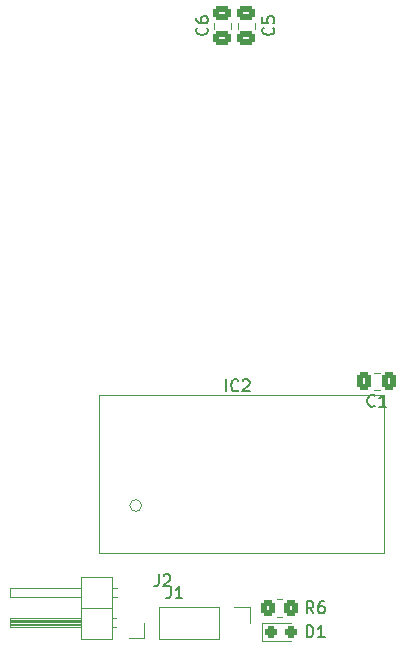
<source format=gto>
G04 #@! TF.GenerationSoftware,KiCad,Pcbnew,6.0.10*
G04 #@! TF.CreationDate,2023-06-20T13:49:35-05:00*
G04 #@! TF.ProjectId,sensor_sigfox_2,73656e73-6f72-45f7-9369-67666f785f32,rev?*
G04 #@! TF.SameCoordinates,Original*
G04 #@! TF.FileFunction,Legend,Top*
G04 #@! TF.FilePolarity,Positive*
%FSLAX46Y46*%
G04 Gerber Fmt 4.6, Leading zero omitted, Abs format (unit mm)*
G04 Created by KiCad (PCBNEW 6.0.10) date 2023-06-20 13:49:35*
%MOMM*%
%LPD*%
G01*
G04 APERTURE LIST*
G04 Aperture macros list*
%AMRoundRect*
0 Rectangle with rounded corners*
0 $1 Rounding radius*
0 $2 $3 $4 $5 $6 $7 $8 $9 X,Y pos of 4 corners*
0 Add a 4 corners polygon primitive as box body*
4,1,4,$2,$3,$4,$5,$6,$7,$8,$9,$2,$3,0*
0 Add four circle primitives for the rounded corners*
1,1,$1+$1,$2,$3*
1,1,$1+$1,$4,$5*
1,1,$1+$1,$6,$7*
1,1,$1+$1,$8,$9*
0 Add four rect primitives between the rounded corners*
20,1,$1+$1,$2,$3,$4,$5,0*
20,1,$1+$1,$4,$5,$6,$7,0*
20,1,$1+$1,$6,$7,$8,$9,0*
20,1,$1+$1,$8,$9,$2,$3,0*%
G04 Aperture macros list end*
%ADD10C,0.150000*%
%ADD11C,0.120000*%
%ADD12R,1.700000X1.700000*%
%ADD13O,1.700000X1.700000*%
%ADD14RoundRect,0.250000X0.475000X-0.337500X0.475000X0.337500X-0.475000X0.337500X-0.475000X-0.337500X0*%
%ADD15R,1.050000X1.250000*%
%ADD16R,1.250000X1.050000*%
%ADD17R,12.800000X2.880000*%
%ADD18RoundRect,0.250000X0.337500X0.475000X-0.337500X0.475000X-0.337500X-0.475000X0.337500X-0.475000X0*%
%ADD19RoundRect,0.237500X-0.287500X-0.237500X0.287500X-0.237500X0.287500X0.237500X-0.287500X0.237500X0*%
%ADD20RoundRect,0.250000X-0.350000X-0.450000X0.350000X-0.450000X0.350000X0.450000X-0.350000X0.450000X0*%
G04 APERTURE END LIST*
D10*
X121332666Y-86574380D02*
X121332666Y-87288666D01*
X121285047Y-87431523D01*
X121189809Y-87526761D01*
X121046952Y-87574380D01*
X120951714Y-87574380D01*
X122332666Y-87574380D02*
X121761238Y-87574380D01*
X122046952Y-87574380D02*
X122046952Y-86574380D01*
X121951714Y-86717238D01*
X121856476Y-86812476D01*
X121761238Y-86860095D01*
X120316666Y-85558380D02*
X120316666Y-86272666D01*
X120269047Y-86415523D01*
X120173809Y-86510761D01*
X120030952Y-86558380D01*
X119935714Y-86558380D01*
X120745238Y-85653619D02*
X120792857Y-85606000D01*
X120888095Y-85558380D01*
X121126190Y-85558380D01*
X121221428Y-85606000D01*
X121269047Y-85653619D01*
X121316666Y-85748857D01*
X121316666Y-85844095D01*
X121269047Y-85986952D01*
X120697619Y-86558380D01*
X121316666Y-86558380D01*
X124407142Y-39261166D02*
X124454761Y-39308785D01*
X124502380Y-39451642D01*
X124502380Y-39546880D01*
X124454761Y-39689738D01*
X124359523Y-39784976D01*
X124264285Y-39832595D01*
X124073809Y-39880214D01*
X123930952Y-39880214D01*
X123740476Y-39832595D01*
X123645238Y-39784976D01*
X123550000Y-39689738D01*
X123502380Y-39546880D01*
X123502380Y-39451642D01*
X123550000Y-39308785D01*
X123597619Y-39261166D01*
X123502380Y-38404023D02*
X123502380Y-38594500D01*
X123550000Y-38689738D01*
X123597619Y-38737357D01*
X123740476Y-38832595D01*
X123930952Y-38880214D01*
X124311904Y-38880214D01*
X124407142Y-38832595D01*
X124454761Y-38784976D01*
X124502380Y-38689738D01*
X124502380Y-38499261D01*
X124454761Y-38404023D01*
X124407142Y-38356404D01*
X124311904Y-38308785D01*
X124073809Y-38308785D01*
X123978571Y-38356404D01*
X123930952Y-38404023D01*
X123883333Y-38499261D01*
X123883333Y-38689738D01*
X123930952Y-38784976D01*
X123978571Y-38832595D01*
X124073809Y-38880214D01*
X130024142Y-39261166D02*
X130071761Y-39308785D01*
X130119380Y-39451642D01*
X130119380Y-39546880D01*
X130071761Y-39689738D01*
X129976523Y-39784976D01*
X129881285Y-39832595D01*
X129690809Y-39880214D01*
X129547952Y-39880214D01*
X129357476Y-39832595D01*
X129262238Y-39784976D01*
X129167000Y-39689738D01*
X129119380Y-39546880D01*
X129119380Y-39451642D01*
X129167000Y-39308785D01*
X129214619Y-39261166D01*
X129119380Y-38356404D02*
X129119380Y-38832595D01*
X129595571Y-38880214D01*
X129547952Y-38832595D01*
X129500333Y-38737357D01*
X129500333Y-38499261D01*
X129547952Y-38404023D01*
X129595571Y-38356404D01*
X129690809Y-38308785D01*
X129928904Y-38308785D01*
X130024142Y-38356404D01*
X130071761Y-38404023D01*
X130119380Y-38499261D01*
X130119380Y-38737357D01*
X130071761Y-38832595D01*
X130024142Y-38880214D01*
X126023809Y-70048380D02*
X126023809Y-69048380D01*
X127071428Y-69953142D02*
X127023809Y-70000761D01*
X126880952Y-70048380D01*
X126785714Y-70048380D01*
X126642857Y-70000761D01*
X126547619Y-69905523D01*
X126500000Y-69810285D01*
X126452380Y-69619809D01*
X126452380Y-69476952D01*
X126500000Y-69286476D01*
X126547619Y-69191238D01*
X126642857Y-69096000D01*
X126785714Y-69048380D01*
X126880952Y-69048380D01*
X127023809Y-69096000D01*
X127071428Y-69143619D01*
X127452380Y-69143619D02*
X127500000Y-69096000D01*
X127595238Y-69048380D01*
X127833333Y-69048380D01*
X127928571Y-69096000D01*
X127976190Y-69143619D01*
X128023809Y-69238857D01*
X128023809Y-69334095D01*
X127976190Y-69476952D01*
X127404761Y-70048380D01*
X128023809Y-70048380D01*
X138622833Y-71252142D02*
X138575214Y-71299761D01*
X138432357Y-71347380D01*
X138337119Y-71347380D01*
X138194261Y-71299761D01*
X138099023Y-71204523D01*
X138051404Y-71109285D01*
X138003785Y-70918809D01*
X138003785Y-70775952D01*
X138051404Y-70585476D01*
X138099023Y-70490238D01*
X138194261Y-70395000D01*
X138337119Y-70347380D01*
X138432357Y-70347380D01*
X138575214Y-70395000D01*
X138622833Y-70442619D01*
X139575214Y-71347380D02*
X139003785Y-71347380D01*
X139289500Y-71347380D02*
X139289500Y-70347380D01*
X139194261Y-70490238D01*
X139099023Y-70585476D01*
X139003785Y-70633095D01*
X132865904Y-90876380D02*
X132865904Y-89876380D01*
X133104000Y-89876380D01*
X133246857Y-89924000D01*
X133342095Y-90019238D01*
X133389714Y-90114476D01*
X133437333Y-90304952D01*
X133437333Y-90447809D01*
X133389714Y-90638285D01*
X133342095Y-90733523D01*
X133246857Y-90828761D01*
X133104000Y-90876380D01*
X132865904Y-90876380D01*
X134389714Y-90876380D02*
X133818285Y-90876380D01*
X134104000Y-90876380D02*
X134104000Y-89876380D01*
X134008761Y-90019238D01*
X133913523Y-90114476D01*
X133818285Y-90162095D01*
X133437333Y-88844380D02*
X133104000Y-88368190D01*
X132865904Y-88844380D02*
X132865904Y-87844380D01*
X133246857Y-87844380D01*
X133342095Y-87892000D01*
X133389714Y-87939619D01*
X133437333Y-88034857D01*
X133437333Y-88177714D01*
X133389714Y-88272952D01*
X133342095Y-88320571D01*
X133246857Y-88368190D01*
X132865904Y-88368190D01*
X134294476Y-87844380D02*
X134104000Y-87844380D01*
X134008761Y-87892000D01*
X133961142Y-87939619D01*
X133865904Y-88082476D01*
X133818285Y-88272952D01*
X133818285Y-88653904D01*
X133865904Y-88749142D01*
X133913523Y-88796761D01*
X134008761Y-88844380D01*
X134199238Y-88844380D01*
X134294476Y-88796761D01*
X134342095Y-88749142D01*
X134389714Y-88653904D01*
X134389714Y-88415809D01*
X134342095Y-88320571D01*
X134294476Y-88272952D01*
X134199238Y-88225333D01*
X134008761Y-88225333D01*
X133913523Y-88272952D01*
X133865904Y-88320571D01*
X133818285Y-88415809D01*
D11*
X120336000Y-88332000D02*
X120336000Y-90992000D01*
X125476000Y-88332000D02*
X120336000Y-88332000D01*
X128076000Y-88332000D02*
X128076000Y-89662000D01*
X126746000Y-88332000D02*
X128076000Y-88332000D01*
X125476000Y-90992000D02*
X120336000Y-90992000D01*
X125476000Y-88332000D02*
X125476000Y-90992000D01*
X116416000Y-90992000D02*
X116416000Y-85792000D01*
X113756000Y-85792000D02*
X113756000Y-90992000D01*
X107756000Y-87502000D02*
X107756000Y-86742000D01*
X119126000Y-90932000D02*
X117856000Y-90932000D01*
X116746000Y-89282000D02*
X116416000Y-89282000D01*
X116813071Y-87502000D02*
X116416000Y-87502000D01*
X107756000Y-89282000D02*
X113756000Y-89282000D01*
X113756000Y-89862000D02*
X107756000Y-89862000D01*
X113756000Y-89742000D02*
X107756000Y-89742000D01*
X113756000Y-87502000D02*
X107756000Y-87502000D01*
X113756000Y-89502000D02*
X107756000Y-89502000D01*
X107756000Y-86742000D02*
X113756000Y-86742000D01*
X113756000Y-89982000D02*
X107756000Y-89982000D01*
X113756000Y-90992000D02*
X116416000Y-90992000D01*
X107756000Y-90042000D02*
X107756000Y-89282000D01*
X113756000Y-89622000D02*
X107756000Y-89622000D01*
X116746000Y-90042000D02*
X116416000Y-90042000D01*
X119126000Y-89662000D02*
X119126000Y-90932000D01*
X116416000Y-88392000D02*
X113756000Y-88392000D01*
X113756000Y-89382000D02*
X107756000Y-89382000D01*
X116416000Y-85792000D02*
X113756000Y-85792000D01*
X116813071Y-86742000D02*
X116416000Y-86742000D01*
X113756000Y-90042000D02*
X107756000Y-90042000D01*
X126465000Y-39355752D02*
X126465000Y-38833248D01*
X124995000Y-39355752D02*
X124995000Y-38833248D01*
X127027000Y-39355752D02*
X127027000Y-38833248D01*
X128497000Y-39355752D02*
X128497000Y-38833248D01*
X139374000Y-83718000D02*
X115244000Y-83718000D01*
X115244000Y-83718000D02*
X115244000Y-70383000D01*
X139374000Y-70383000D02*
X139374000Y-83718000D01*
X115244000Y-70383000D02*
X139374000Y-70383000D01*
X118884000Y-79718000D02*
G75*
G03*
X118884000Y-79718000I-500000J0D01*
G01*
X139050752Y-69950000D02*
X138528248Y-69950000D01*
X139050752Y-68480000D02*
X138528248Y-68480000D01*
X129037000Y-89689000D02*
X129037000Y-91159000D01*
X129037000Y-91159000D02*
X131497000Y-91159000D01*
X131497000Y-89689000D02*
X129037000Y-89689000D01*
X130344936Y-89127000D02*
X130799064Y-89127000D01*
X130344936Y-87657000D02*
X130799064Y-87657000D01*
%LPC*%
D12*
X126746000Y-89662000D03*
D13*
X124206000Y-89662000D03*
X121666000Y-89662000D03*
D12*
X117856000Y-89662000D03*
D13*
X117856000Y-87122000D03*
D14*
X125730000Y-40132000D03*
X125730000Y-38057000D03*
X127762000Y-40132000D03*
X127762000Y-38057000D03*
D15*
X119844000Y-82804000D03*
X121644000Y-82804000D03*
X123444000Y-82804000D03*
X125244000Y-82804000D03*
X127044000Y-82804000D03*
X128844000Y-82804000D03*
X130644000Y-82804000D03*
X132444000Y-82804000D03*
X134244000Y-82804000D03*
X136044000Y-82804000D03*
D16*
X138590000Y-81448000D03*
X138590000Y-79648000D03*
X138590000Y-77848000D03*
X138590000Y-76048000D03*
X138590000Y-74248000D03*
X138590000Y-72448000D03*
D15*
X136044000Y-71132000D03*
X134244000Y-71132000D03*
X132444000Y-71132000D03*
X130644000Y-71132000D03*
X128844000Y-71132000D03*
X127044000Y-71132000D03*
X125244000Y-71132000D03*
X123444000Y-71132000D03*
X121644000Y-71132000D03*
X119844000Y-71132000D03*
X118044000Y-71132000D03*
D16*
X116158000Y-72448000D03*
X116158000Y-74248000D03*
X116158000Y-76048000D03*
X116158000Y-77848000D03*
X116158000Y-81448000D03*
D15*
X118044000Y-82804000D03*
D17*
X128071000Y-77495000D03*
D18*
X139827000Y-69215000D03*
X137752000Y-69215000D03*
D19*
X129822000Y-90424000D03*
X131572000Y-90424000D03*
D20*
X129572000Y-88392000D03*
X131572000Y-88392000D03*
M02*

</source>
